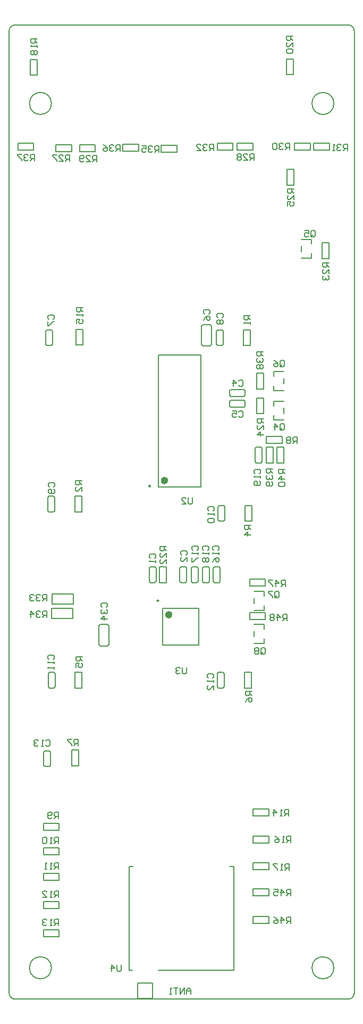
<source format=gbo>
%FSLAX25Y25*%
%MOIN*%
G70*
G01*
G75*
G04 Layer_Color=32896*
%ADD10R,0.07874X0.07874*%
%ADD11R,0.02756X0.03347*%
%ADD12R,0.03347X0.02756*%
%ADD13R,0.03937X0.02362*%
%ADD14O,0.07480X0.02362*%
%ADD15O,0.03543X0.01969*%
%ADD16O,0.03543X0.01969*%
%ADD17R,0.03543X0.01969*%
%ADD18R,0.05118X0.03937*%
%ADD19C,0.04000*%
%ADD20C,0.01200*%
%ADD21C,0.01000*%
%ADD22C,0.01500*%
%ADD23C,0.03000*%
%ADD24C,0.02000*%
%ADD25C,0.05000*%
%ADD26C,0.00800*%
%ADD27C,0.00500*%
%ADD28C,0.07874*%
%ADD29C,0.03937*%
%ADD30C,0.05906*%
%ADD31C,0.06000*%
%ADD32C,0.04724*%
%ADD33R,0.05906X0.05906*%
%ADD34C,0.03000*%
%ADD35C,0.02000*%
%ADD36C,0.04000*%
%ADD37O,0.06693X0.02165*%
%ADD38O,0.02165X0.06693*%
%ADD39R,0.03000X0.06000*%
%ADD40R,0.03937X0.05118*%
%ADD41C,0.00984*%
%ADD42C,0.02362*%
%ADD43C,0.00787*%
%ADD44C,0.00500*%
%ADD45R,0.08674X0.08674*%
%ADD46R,0.03556X0.04147*%
%ADD47R,0.04147X0.03556*%
%ADD48R,0.04737X0.03162*%
%ADD49O,0.08280X0.03162*%
%ADD50O,0.04343X0.02769*%
%ADD51O,0.04343X0.02769*%
%ADD52R,0.04343X0.02769*%
%ADD53R,0.05918X0.04737*%
%ADD54C,0.08674*%
%ADD55C,0.04737*%
%ADD56C,0.06706*%
%ADD57C,0.06800*%
%ADD58C,0.05524*%
%ADD59R,0.06706X0.06706*%
%ADD60O,0.07493X0.02965*%
%ADD61O,0.02965X0.07493*%
%ADD62R,0.03800X0.06800*%
%ADD63R,0.04737X0.05918*%
D27*
X153026Y-495465D02*
Y-491135D01*
X162869Y-495465D02*
Y-491135D01*
X153026Y-495465D02*
X162869D01*
X153026Y-491135D02*
X162869D01*
X153026Y-528965D02*
Y-524635D01*
X162869Y-528965D02*
Y-524635D01*
X153026Y-528965D02*
X162869D01*
X153026Y-524635D02*
X162869D01*
X153026Y-512265D02*
Y-507935D01*
X162869Y-512265D02*
Y-507935D01*
X153026Y-512265D02*
X162869D01*
X153026Y-507935D02*
X162869D01*
X134578Y-301031D02*
X135365Y-301819D01*
X131035D02*
X131822Y-301031D01*
X131035Y-310087D02*
X131822Y-310874D01*
X134578D02*
X135365Y-310087D01*
Y-301819D01*
X131822Y-310874D02*
X134578D01*
X131822Y-301031D02*
X134578D01*
X131035Y-310087D02*
Y-301819D01*
X147835Y-310874D02*
X152165D01*
X147835Y-301031D02*
X152165D01*
Y-310874D02*
Y-301031D01*
X147835Y-310874D02*
Y-301031D01*
X91478Y-339426D02*
X92265Y-340213D01*
X87935D02*
X88722Y-339426D01*
X87935Y-348481D02*
X88722Y-349268D01*
X91478D02*
X92265Y-348481D01*
Y-340213D01*
X88722Y-349268D02*
X91478D01*
X88722Y-339426D02*
X91478D01*
X87935Y-348481D02*
Y-340213D01*
X94400Y-339426D02*
X98731D01*
X94400Y-349269D02*
X98731D01*
X94400D02*
Y-339426D01*
X98731Y-349269D02*
Y-339426D01*
X107035Y-348481D02*
X107822Y-349268D01*
X110578D02*
X111365Y-348481D01*
X110578Y-339426D02*
X111365Y-340213D01*
X107035D02*
X107822Y-339426D01*
X107035Y-348481D02*
Y-340213D01*
X107822Y-339426D02*
X110578D01*
X107822Y-349268D02*
X110578D01*
X111365Y-348481D02*
Y-340213D01*
X24535Y-414587D02*
X25322Y-415374D01*
X28078D02*
X28865Y-414587D01*
X28078Y-405531D02*
X28865Y-406319D01*
X24535D02*
X25322Y-405531D01*
X24535Y-414587D02*
Y-406319D01*
X25322Y-405531D02*
X28078D01*
X25322Y-415374D02*
X28078D01*
X28865Y-414587D02*
Y-406319D01*
X41335Y-405526D02*
X45665D01*
X41335Y-415368D02*
X45665D01*
X41335D02*
Y-405526D01*
X45665Y-415368D02*
Y-405526D01*
X147635Y-405431D02*
X151965D01*
X147635Y-415274D02*
X151965D01*
X147635D02*
Y-405431D01*
X151965Y-415274D02*
Y-405431D01*
X24235Y-304287D02*
X25022Y-305074D01*
X27778D02*
X28565Y-304287D01*
X27778Y-295231D02*
X28565Y-296019D01*
X24235D02*
X25022Y-295231D01*
X24235Y-304287D02*
Y-296019D01*
X25022Y-295231D02*
X27778D01*
X25022Y-305074D02*
X27778D01*
X28565Y-304287D02*
Y-296019D01*
X41435Y-295231D02*
X45765D01*
X41435Y-305074D02*
X45765D01*
X41435D02*
Y-295231D01*
X45765Y-305074D02*
Y-295231D01*
X147299Y-239465D02*
X148087Y-238678D01*
X147299Y-235135D02*
X148087Y-235922D01*
X138244D02*
X139032Y-235135D01*
X138244Y-238678D02*
X139032Y-239465D01*
X147299D01*
X138244Y-238678D02*
Y-235922D01*
X148087Y-238678D02*
Y-235922D01*
X139032Y-235135D02*
X147299D01*
Y-232665D02*
X148087Y-231878D01*
X147299Y-228335D02*
X148087Y-229122D01*
X138244D02*
X139032Y-228335D01*
X138244Y-231878D02*
X139032Y-232665D01*
X147299D01*
X138244Y-231878D02*
Y-229122D01*
X148087Y-231878D02*
Y-229122D01*
X139032Y-228335D02*
X147299D01*
X161391Y-261965D02*
Y-257635D01*
X171234Y-261965D02*
Y-257635D01*
X161391Y-261965D02*
X171234D01*
X161391Y-257635D02*
X171234D01*
X26378Y-190926D02*
X27165Y-191713D01*
X22835D02*
X23622Y-190926D01*
X22835Y-199981D02*
X23622Y-200768D01*
X26378D02*
X27165Y-199981D01*
Y-191713D01*
X23622Y-200768D02*
X26378D01*
X23622Y-190926D02*
X26378D01*
X22835Y-199981D02*
Y-191713D01*
X41935Y-200474D02*
X46265D01*
X41935Y-190631D02*
X46265D01*
Y-200474D02*
Y-190631D01*
X41935Y-200474D02*
Y-190631D01*
X120750Y-200072D02*
Y-188654D01*
X121735Y-187670D02*
X126065D01*
X127050Y-200072D02*
Y-188654D01*
X121735Y-201056D02*
X126065D01*
X127050Y-200072D01*
X120750D02*
X121735Y-201056D01*
X126065Y-187670D02*
X127050Y-188654D01*
X120750D02*
X121735Y-187670D01*
X133678Y-190926D02*
X134465Y-191713D01*
X130135D02*
X130922Y-190926D01*
X130135Y-199981D02*
X130922Y-200768D01*
X133678D02*
X134465Y-199981D01*
Y-191713D01*
X130922Y-200768D02*
X133678D01*
X130922Y-190926D02*
X133678D01*
X130135Y-199981D02*
Y-191713D01*
X146935Y-200769D02*
X151265D01*
X146935Y-190926D02*
X151265D01*
Y-200769D02*
Y-190926D01*
X146935Y-200769D02*
Y-190926D01*
X196335Y-136526D02*
X200665D01*
X196335Y-146368D02*
X200665D01*
X196335D02*
Y-136526D01*
X200665Y-146368D02*
Y-136526D01*
X174435Y-100374D02*
X178765D01*
X174435Y-90531D02*
X178765D01*
Y-100374D02*
Y-90531D01*
X174435Y-100374D02*
Y-90531D01*
X13235Y-31474D02*
X17565D01*
X13235Y-21631D02*
X17565D01*
Y-31474D02*
Y-21631D01*
X13235Y-31474D02*
Y-21631D01*
X173835Y-31174D02*
X178165D01*
X173835Y-21331D02*
X178165D01*
Y-31174D02*
Y-21331D01*
X173835Y-31174D02*
Y-21331D01*
X80600Y-600100D02*
X89900D01*
Y-609700D02*
Y-600100D01*
X80600Y-609700D02*
X89900D01*
X80600D02*
Y-600100D01*
X75200Y-592061D02*
X77239D01*
X75200Y-527100D02*
X77500D01*
X138200D02*
X140948D01*
X93739Y-592061D02*
X140948D01*
Y-527100D01*
X75200Y-592061D02*
Y-527100D01*
X61565Y-388930D02*
X62550Y-387946D01*
X56250D02*
X57235Y-388930D01*
X61565Y-375544D02*
X62550Y-376528D01*
X56250D02*
X57235Y-375544D01*
X61565D01*
X56250Y-387946D02*
Y-376528D01*
X57235Y-388930D02*
X61565D01*
X62550Y-387946D02*
Y-376528D01*
X26670Y-365550D02*
X40056D01*
X26670Y-371850D02*
X40056D01*
X26670D02*
Y-365550D01*
X40056Y-371850D02*
Y-365550D01*
X26844Y-356450D02*
X40230D01*
X26844Y-362750D02*
X40230D01*
X26844D02*
Y-356450D01*
X40230Y-362750D02*
Y-356450D01*
X117778Y-339426D02*
X118565Y-340213D01*
X114235D02*
X115022Y-339426D01*
X114235Y-348481D02*
X115022Y-349268D01*
X117778D02*
X118565Y-348481D01*
Y-340213D01*
X115022Y-349268D02*
X117778D01*
X115022Y-339426D02*
X117778D01*
X114235Y-348481D02*
Y-340213D01*
X131578Y-339426D02*
X132365Y-340213D01*
X128035D02*
X128822Y-339426D01*
X128035Y-348481D02*
X128822Y-349268D01*
X131578D02*
X132365Y-348481D01*
Y-340213D01*
X128822Y-349268D02*
X131578D01*
X128822Y-339426D02*
X131578D01*
X128035Y-348481D02*
Y-340213D01*
X124878Y-339426D02*
X125665Y-340213D01*
X121335D02*
X122122Y-339426D01*
X121335Y-348481D02*
X122122Y-349268D01*
X124878D02*
X125665Y-348481D01*
Y-340213D01*
X122122Y-349268D02*
X124878D01*
X122122Y-339426D02*
X124878D01*
X121335Y-348481D02*
Y-340213D01*
X21735Y-463687D02*
X22522Y-464474D01*
X25278D02*
X26065Y-463687D01*
X25278Y-454631D02*
X26065Y-455419D01*
X21735D02*
X22522Y-454631D01*
X21735Y-463687D02*
Y-455419D01*
X22522Y-454631D02*
X25278D01*
X22522Y-464474D02*
X25278D01*
X26065Y-463687D02*
Y-455419D01*
X166132Y-228943D02*
Y-225990D01*
Y-220084D02*
Y-217131D01*
X172432Y-224809D02*
Y-221265D01*
X166132Y-228943D02*
X172432D01*
X166132Y-217131D02*
X172432D01*
X155235Y-227974D02*
X159565D01*
X155235Y-218131D02*
X159565D01*
Y-227974D02*
Y-218131D01*
X155235Y-227974D02*
Y-218131D01*
X165975Y-247543D02*
Y-244590D01*
Y-238684D02*
Y-235731D01*
X172274Y-243409D02*
Y-239865D01*
X165975Y-247543D02*
X172274D01*
X165975Y-235731D02*
X172274D01*
X155235Y-233726D02*
X159565D01*
X155235Y-243568D02*
X159565D01*
X155235D02*
Y-233726D01*
X159565Y-243568D02*
Y-233726D01*
X189668Y-137210D02*
Y-134257D01*
Y-146068D02*
Y-143116D01*
X183369Y-141935D02*
Y-138391D01*
Y-134257D02*
X189668D01*
X183369Y-146068D02*
X189668D01*
X153026Y-562865D02*
Y-558535D01*
X162869Y-562865D02*
Y-558535D01*
X153026Y-562865D02*
X162869D01*
X153026Y-558535D02*
X162869D01*
X153026Y-545265D02*
Y-540935D01*
X162869Y-545265D02*
Y-540935D01*
X153026Y-545265D02*
X162869D01*
X153026Y-540935D02*
X162869D01*
X15474Y-78465D02*
Y-74135D01*
X5632Y-78465D02*
Y-74135D01*
X15474D01*
X5632Y-78465D02*
X15474D01*
X95326Y-79865D02*
Y-75535D01*
X105169Y-79865D02*
Y-75535D01*
X95326Y-79865D02*
X105169D01*
X95326Y-75535D02*
X105169D01*
X39235Y-454226D02*
X43565D01*
X39235Y-464068D02*
X43565D01*
X39235D02*
Y-454226D01*
X43565Y-464068D02*
Y-454226D01*
X140374Y-78565D02*
Y-74235D01*
X130532Y-78565D02*
Y-74235D01*
X140374D01*
X130532Y-78565D02*
X140374D01*
X71326Y-78965D02*
Y-74635D01*
X81169Y-78965D02*
Y-74635D01*
X71326Y-78965D02*
X81169D01*
X71326Y-74635D02*
X81169D01*
X191126Y-78465D02*
Y-74135D01*
X200969Y-78465D02*
Y-74135D01*
X191126Y-78465D02*
X200969D01*
X191126Y-74135D02*
X200969D01*
X188874Y-78465D02*
Y-74135D01*
X179032Y-78465D02*
Y-74135D01*
X188874D01*
X179032Y-78465D02*
X188874D01*
X44226Y-79565D02*
Y-75235D01*
X54069Y-79565D02*
Y-75235D01*
X44226Y-79565D02*
X54069D01*
X44226Y-75235D02*
X54069D01*
X143126Y-78465D02*
Y-74135D01*
X152969Y-78465D02*
Y-74135D01*
X143126Y-78465D02*
X152969D01*
X143126Y-74135D02*
X152969D01*
X39174Y-79565D02*
Y-75235D01*
X29332Y-79565D02*
Y-75235D01*
X39174D01*
X29332Y-79565D02*
X39174D01*
X21526Y-553365D02*
Y-549035D01*
X31369Y-553365D02*
Y-549035D01*
X21526Y-553365D02*
X31369D01*
X21526Y-549035D02*
X31369D01*
X21526Y-535665D02*
Y-531335D01*
X31369Y-535665D02*
Y-531335D01*
X21526Y-535665D02*
X31369D01*
X21526Y-531335D02*
X31369D01*
X21526Y-519865D02*
Y-515535D01*
X31369Y-519865D02*
Y-515535D01*
X21526Y-519865D02*
X31369D01*
X21526Y-515535D02*
X31369D01*
X21526Y-504265D02*
Y-499935D01*
X31369Y-504265D02*
Y-499935D01*
X21526Y-504265D02*
X31369D01*
X21526Y-499935D02*
X31369D01*
X21526Y-571065D02*
Y-566735D01*
X31369Y-571065D02*
Y-566735D01*
X21526Y-571065D02*
X31369D01*
X21526Y-566735D02*
X31369D01*
X153769Y-366668D02*
X160068D01*
X153769Y-354857D02*
X160068D01*
X153769Y-362535D02*
Y-358991D01*
X160068Y-366668D02*
Y-363716D01*
Y-357810D02*
Y-354857D01*
X150826Y-351565D02*
Y-347235D01*
X160669Y-351565D02*
Y-347235D01*
X150826Y-351565D02*
X160669D01*
X150826Y-347235D02*
X160669D01*
X153769Y-387268D02*
X160068D01*
X153769Y-375457D02*
X160068D01*
X153769Y-383135D02*
Y-379591D01*
X160068Y-387268D02*
Y-384316D01*
Y-378410D02*
Y-375457D01*
X150826Y-372565D02*
Y-368235D01*
X160669Y-372565D02*
Y-368235D01*
X150826Y-372565D02*
X160669D01*
X150826Y-368235D02*
X160669D01*
X161200Y-264431D02*
X165531D01*
X161200Y-274274D02*
X165531D01*
X161200D02*
Y-264431D01*
X165531Y-274274D02*
Y-264431D01*
X168100Y-274274D02*
X172431D01*
X168100Y-264431D02*
X172431D01*
Y-274274D02*
Y-264431D01*
X168100Y-274274D02*
Y-264431D01*
X157878Y-264432D02*
X158665Y-265219D01*
X154335D02*
X155122Y-264432D01*
X154335Y-273487D02*
X155122Y-274274D01*
X157878D02*
X158665Y-273487D01*
Y-265219D01*
X155122Y-274274D02*
X157878D01*
X155122Y-264432D02*
X157878D01*
X154335Y-273487D02*
Y-265219D01*
X130535Y-414587D02*
X131322Y-415374D01*
X134078D02*
X134865Y-414587D01*
X134078Y-405531D02*
X134865Y-406319D01*
X130535D02*
X131322Y-405531D01*
X130535Y-414587D02*
Y-406319D01*
X131322Y-405531D02*
X134078D01*
X131322Y-415374D02*
X134078D01*
X134865Y-414587D02*
Y-406319D01*
X175400Y-495500D02*
Y-491501D01*
X173401D01*
X172734Y-492168D01*
Y-493501D01*
X173401Y-494167D01*
X175400D01*
X174067D02*
X172734Y-495500D01*
X171401D02*
X170068D01*
X170735D01*
Y-491501D01*
X171401Y-492168D01*
X166070Y-495500D02*
Y-491501D01*
X168069Y-493501D01*
X165403D01*
X175500Y-529563D02*
Y-525564D01*
X173501D01*
X172834Y-526231D01*
Y-527564D01*
X173501Y-528230D01*
X175500D01*
X174167D02*
X172834Y-529563D01*
X171501D02*
X170168D01*
X170835D01*
Y-525564D01*
X171501Y-526231D01*
X168169Y-525564D02*
X165503D01*
Y-526231D01*
X168169Y-528897D01*
Y-529563D01*
X176600Y-512200D02*
Y-508201D01*
X174601D01*
X173934Y-508868D01*
Y-510201D01*
X174601Y-510867D01*
X176600D01*
X175267D02*
X173934Y-512200D01*
X172601D02*
X171268D01*
X171935D01*
Y-508201D01*
X172601Y-508868D01*
X166603Y-508201D02*
X167936Y-508868D01*
X169269Y-510201D01*
Y-511534D01*
X168603Y-512200D01*
X167270D01*
X166603Y-511534D01*
Y-510867D01*
X167270Y-510201D01*
X169269D01*
X125268Y-304366D02*
X124601Y-303699D01*
Y-302366D01*
X125268Y-301700D01*
X127934D01*
X128600Y-302366D01*
Y-303699D01*
X127934Y-304366D01*
X128600Y-305699D02*
Y-307032D01*
Y-306365D01*
X124601D01*
X125268Y-305699D01*
Y-309031D02*
X124601Y-309697D01*
Y-311030D01*
X125268Y-311697D01*
X127934D01*
X128600Y-311030D01*
Y-309697D01*
X127934Y-309031D01*
X125268D01*
X151600Y-313500D02*
X147601D01*
Y-315499D01*
X148268Y-316166D01*
X149601D01*
X150267Y-315499D01*
Y-313500D01*
Y-314833D02*
X151600Y-316166D01*
Y-319498D02*
X147601D01*
X149601Y-317499D01*
Y-320164D01*
X88768Y-334066D02*
X88101Y-333399D01*
Y-332066D01*
X88768Y-331400D01*
X91434D01*
X92100Y-332066D01*
Y-333399D01*
X91434Y-334066D01*
X92100Y-335399D02*
Y-336732D01*
Y-336065D01*
X88101D01*
X88768Y-335399D01*
X98700Y-326900D02*
X94701D01*
Y-328899D01*
X95368Y-329566D01*
X96701D01*
X97367Y-328899D01*
Y-326900D01*
Y-328233D02*
X98700Y-329566D01*
Y-333564D02*
Y-330899D01*
X96034Y-333564D01*
X95368D01*
X94701Y-332898D01*
Y-331565D01*
X95368Y-330899D01*
X98700Y-337563D02*
Y-334897D01*
X96034Y-337563D01*
X95368D01*
X94701Y-336897D01*
Y-335564D01*
X95368Y-334897D01*
X108168Y-332066D02*
X107501Y-331399D01*
Y-330066D01*
X108168Y-329400D01*
X110834D01*
X111500Y-330066D01*
Y-331399D01*
X110834Y-332066D01*
X111500Y-336065D02*
Y-333399D01*
X108834Y-336065D01*
X108168D01*
X107501Y-335398D01*
Y-334065D01*
X108168Y-333399D01*
X25068Y-397466D02*
X24401Y-396799D01*
Y-395466D01*
X25068Y-394800D01*
X27734D01*
X28400Y-395466D01*
Y-396799D01*
X27734Y-397466D01*
X28400Y-398799D02*
Y-400132D01*
Y-399465D01*
X24401D01*
X25068Y-398799D01*
X28400Y-402131D02*
Y-403464D01*
Y-402797D01*
X24401D01*
X25068Y-402131D01*
X46000Y-395700D02*
X42001D01*
Y-397699D01*
X42668Y-398366D01*
X44001D01*
X44667Y-397699D01*
Y-395700D01*
Y-397033D02*
X46000Y-398366D01*
X42001Y-402364D02*
Y-399699D01*
X44001D01*
X43334Y-401032D01*
Y-401698D01*
X44001Y-402364D01*
X45334D01*
X46000Y-401698D01*
Y-400365D01*
X45334Y-399699D01*
X152400Y-417400D02*
X148401D01*
Y-419399D01*
X149068Y-420066D01*
X150401D01*
X151067Y-419399D01*
Y-417400D01*
Y-418733D02*
X152400Y-420066D01*
X148401Y-424064D02*
X149068Y-422732D01*
X150401Y-421399D01*
X151734D01*
X152400Y-422065D01*
Y-423398D01*
X151734Y-424064D01*
X151067D01*
X150401Y-423398D01*
Y-421399D01*
X25268Y-289466D02*
X24601Y-288799D01*
Y-287466D01*
X25268Y-286800D01*
X27934D01*
X28600Y-287466D01*
Y-288799D01*
X27934Y-289466D01*
Y-290799D02*
X28600Y-291465D01*
Y-292798D01*
X27934Y-293464D01*
X25268D01*
X24601Y-292798D01*
Y-291465D01*
X25268Y-290799D01*
X25934D01*
X26601Y-291465D01*
Y-293464D01*
X45700Y-285500D02*
X41701D01*
Y-287499D01*
X42368Y-288166D01*
X43701D01*
X44367Y-287499D01*
Y-285500D01*
Y-286833D02*
X45700Y-288166D01*
Y-292164D02*
Y-289499D01*
X43034Y-292164D01*
X42368D01*
X41701Y-291498D01*
Y-290165D01*
X42368Y-289499D01*
X144034Y-242468D02*
X144701Y-241801D01*
X146034D01*
X146700Y-242468D01*
Y-245134D01*
X146034Y-245800D01*
X144701D01*
X144034Y-245134D01*
X140035Y-241801D02*
X142701D01*
Y-243801D01*
X141368Y-243134D01*
X140702D01*
X140035Y-243801D01*
Y-245134D01*
X140702Y-245800D01*
X142035D01*
X142701Y-245134D01*
X144134Y-222968D02*
X144801Y-222301D01*
X146133D01*
X146800Y-222968D01*
Y-225634D01*
X146133Y-226300D01*
X144801D01*
X144134Y-225634D01*
X140802Y-226300D02*
Y-222301D01*
X142801Y-224301D01*
X140136D01*
X180500Y-262200D02*
Y-258201D01*
X178501D01*
X177834Y-258868D01*
Y-260201D01*
X178501Y-260867D01*
X180500D01*
X179167D02*
X177834Y-262200D01*
X176501Y-258868D02*
X175835Y-258201D01*
X174502D01*
X173836Y-258868D01*
Y-259534D01*
X174502Y-260201D01*
X173836Y-260867D01*
Y-261534D01*
X174502Y-262200D01*
X175835D01*
X176501Y-261534D01*
Y-260867D01*
X175835Y-260201D01*
X176501Y-259534D01*
Y-258868D01*
X175835Y-260201D02*
X174502D01*
X24968Y-184366D02*
X24301Y-183699D01*
Y-182367D01*
X24968Y-181700D01*
X27634D01*
X28300Y-182367D01*
Y-183699D01*
X27634Y-184366D01*
X24301Y-185699D02*
Y-188365D01*
X24968D01*
X27634Y-185699D01*
X28300D01*
X46200Y-177000D02*
X42201D01*
Y-178999D01*
X42868Y-179666D01*
X44201D01*
X44867Y-178999D01*
Y-177000D01*
Y-178333D02*
X46200Y-179666D01*
Y-180999D02*
Y-182332D01*
Y-181665D01*
X42201D01*
X42868Y-180999D01*
X42201Y-186997D02*
Y-184331D01*
X44201D01*
X43534Y-185664D01*
Y-186330D01*
X44201Y-186997D01*
X45534D01*
X46200Y-186330D01*
Y-184997D01*
X45534Y-184331D01*
X122568Y-180966D02*
X121901Y-180299D01*
Y-178966D01*
X122568Y-178300D01*
X125233D01*
X125900Y-178966D01*
Y-180299D01*
X125233Y-180966D01*
X121901Y-184965D02*
X122568Y-183632D01*
X123901Y-182299D01*
X125233D01*
X125900Y-182965D01*
Y-184298D01*
X125233Y-184965D01*
X124567D01*
X123901Y-184298D01*
Y-182299D01*
X130968Y-183266D02*
X130301Y-182599D01*
Y-181266D01*
X130968Y-180600D01*
X133633D01*
X134300Y-181266D01*
Y-182599D01*
X133633Y-183266D01*
X130968Y-184599D02*
X130301Y-185265D01*
Y-186598D01*
X130968Y-187265D01*
X131634D01*
X132301Y-186598D01*
X132967Y-187265D01*
X133633D01*
X134300Y-186598D01*
Y-185265D01*
X133633Y-184599D01*
X132967D01*
X132301Y-185265D01*
X131634Y-184599D01*
X130968D01*
X132301Y-185265D02*
Y-186598D01*
X151300Y-182100D02*
X147301D01*
Y-184099D01*
X147968Y-184766D01*
X149301D01*
X149967Y-184099D01*
Y-182100D01*
Y-183433D02*
X151300Y-184766D01*
Y-186099D02*
Y-187432D01*
Y-186765D01*
X147301D01*
X147968Y-186099D01*
X200600Y-149200D02*
X196601D01*
Y-151199D01*
X197268Y-151866D01*
X198601D01*
X199267Y-151199D01*
Y-149200D01*
Y-150533D02*
X200600Y-151866D01*
Y-155865D02*
Y-153199D01*
X197934Y-155865D01*
X197268D01*
X196601Y-155198D01*
Y-153865D01*
X197268Y-153199D01*
Y-157197D02*
X196601Y-157864D01*
Y-159197D01*
X197268Y-159863D01*
X197934D01*
X198601Y-159197D01*
Y-158530D01*
Y-159197D01*
X199267Y-159863D01*
X199934D01*
X200600Y-159197D01*
Y-157864D01*
X199934Y-157197D01*
X178800Y-102600D02*
X174801D01*
Y-104599D01*
X175468Y-105266D01*
X176801D01*
X177467Y-104599D01*
Y-102600D01*
Y-103933D02*
X178800Y-105266D01*
Y-109265D02*
Y-106599D01*
X176134Y-109265D01*
X175468D01*
X174801Y-108598D01*
Y-107265D01*
X175468Y-106599D01*
X174801Y-113263D02*
Y-110597D01*
X176801D01*
X176134Y-111930D01*
Y-112597D01*
X176801Y-113263D01*
X178133D01*
X178800Y-112597D01*
Y-111264D01*
X178133Y-110597D01*
X17500Y-8700D02*
X13501D01*
Y-10699D01*
X14168Y-11366D01*
X15501D01*
X16167Y-10699D01*
Y-8700D01*
Y-10033D02*
X17500Y-11366D01*
Y-12699D02*
Y-14032D01*
Y-13365D01*
X13501D01*
X14168Y-12699D01*
Y-16031D02*
X13501Y-16697D01*
Y-18030D01*
X14168Y-18697D01*
X14834D01*
X15501Y-18030D01*
X16167Y-18697D01*
X16834D01*
X17500Y-18030D01*
Y-16697D01*
X16834Y-16031D01*
X16167D01*
X15501Y-16697D01*
X14834Y-16031D01*
X14168D01*
X15501Y-16697D02*
Y-18030D01*
X177900Y-7200D02*
X173901D01*
Y-9199D01*
X174568Y-9866D01*
X175901D01*
X176567Y-9199D01*
Y-7200D01*
Y-8533D02*
X177900Y-9866D01*
Y-13864D02*
Y-11199D01*
X175234Y-13864D01*
X174568D01*
X173901Y-13198D01*
Y-11865D01*
X174568Y-11199D01*
Y-15197D02*
X173901Y-15864D01*
Y-17197D01*
X174568Y-17863D01*
X177234D01*
X177900Y-17197D01*
Y-15864D01*
X177234Y-15197D01*
X174568D01*
X176700Y-562600D02*
Y-558601D01*
X174701D01*
X174034Y-559268D01*
Y-560601D01*
X174701Y-561267D01*
X176700D01*
X175367D02*
X174034Y-562600D01*
X170702D02*
Y-558601D01*
X172701Y-560601D01*
X170036D01*
X166037Y-558601D02*
X167370Y-559268D01*
X168703Y-560601D01*
Y-561934D01*
X168036Y-562600D01*
X166703D01*
X166037Y-561934D01*
Y-561267D01*
X166703Y-560601D01*
X168703D01*
X176800Y-545300D02*
Y-541301D01*
X174801D01*
X174134Y-541968D01*
Y-543301D01*
X174801Y-543967D01*
X176800D01*
X175467D02*
X174134Y-545300D01*
X170802D02*
Y-541301D01*
X172801Y-543301D01*
X170135D01*
X166137Y-541301D02*
X168803D01*
Y-543301D01*
X167470Y-542634D01*
X166803D01*
X166137Y-543301D01*
Y-544634D01*
X166803Y-545300D01*
X168136D01*
X168803Y-544634D01*
X114100Y-607000D02*
Y-604334D01*
X112767Y-603001D01*
X111434Y-604334D01*
Y-607000D01*
Y-605001D01*
X114100D01*
X110101Y-607000D02*
Y-603001D01*
X107436Y-607000D01*
Y-603001D01*
X106103D02*
X103437D01*
X104770D01*
Y-607000D01*
X102104D02*
X100771D01*
X101437D01*
Y-603001D01*
X102104Y-603668D01*
X169934Y-213534D02*
Y-210868D01*
X170601Y-210201D01*
X171933D01*
X172600Y-210868D01*
Y-213534D01*
X171933Y-214200D01*
X170601D01*
X171267Y-212867D02*
X169934Y-214200D01*
X170601D02*
X169934Y-213534D01*
X165936Y-210201D02*
X167268Y-210868D01*
X168601Y-212201D01*
Y-213534D01*
X167935Y-214200D01*
X166602D01*
X165936Y-213534D01*
Y-212867D01*
X166602Y-212201D01*
X168601D01*
X169834Y-253234D02*
Y-250568D01*
X170501Y-249901D01*
X171834D01*
X172500Y-250568D01*
Y-253234D01*
X171834Y-253900D01*
X170501D01*
X171167Y-252567D02*
X169834Y-253900D01*
X170501D02*
X169834Y-253234D01*
X166502Y-253900D02*
Y-249901D01*
X168501Y-251901D01*
X165835D01*
X70300Y-588701D02*
Y-592034D01*
X69634Y-592700D01*
X68301D01*
X67634Y-592034D01*
Y-588701D01*
X64302Y-592700D02*
Y-588701D01*
X66301Y-590701D01*
X63635D01*
X111200Y-402501D02*
Y-405834D01*
X110533Y-406500D01*
X109201D01*
X108534Y-405834D01*
Y-402501D01*
X107201Y-403168D02*
X106535Y-402501D01*
X105202D01*
X104535Y-403168D01*
Y-403834D01*
X105202Y-404501D01*
X105868D01*
X105202D01*
X104535Y-405167D01*
Y-405834D01*
X105202Y-406500D01*
X106535D01*
X107201Y-405834D01*
X114900Y-296201D02*
Y-299534D01*
X114234Y-300200D01*
X112901D01*
X112234Y-299534D01*
Y-296201D01*
X108236Y-300200D02*
X110901D01*
X108236Y-297534D01*
Y-296868D01*
X108902Y-296201D01*
X110235D01*
X110901Y-296868D01*
X172900Y-278400D02*
X168901D01*
Y-280399D01*
X169568Y-281066D01*
X170901D01*
X171567Y-280399D01*
Y-278400D01*
Y-279733D02*
X172900Y-281066D01*
Y-284398D02*
X168901D01*
X170901Y-282399D01*
Y-285065D01*
X169568Y-286397D02*
X168901Y-287064D01*
Y-288397D01*
X169568Y-289063D01*
X172233D01*
X172900Y-288397D01*
Y-287064D01*
X172233Y-286397D01*
X169568D01*
X165300Y-278200D02*
X161301D01*
Y-280199D01*
X161968Y-280866D01*
X163301D01*
X163967Y-280199D01*
Y-278200D01*
Y-279533D02*
X165300Y-280866D01*
X161968Y-282199D02*
X161301Y-282865D01*
Y-284198D01*
X161968Y-284864D01*
X162634D01*
X163301Y-284198D01*
Y-283532D01*
Y-284198D01*
X163967Y-284864D01*
X164634D01*
X165300Y-284198D01*
Y-282865D01*
X164634Y-282199D01*
Y-286197D02*
X165300Y-286864D01*
Y-288197D01*
X164634Y-288863D01*
X161968D01*
X161301Y-288197D01*
Y-286864D01*
X161968Y-286197D01*
X162634D01*
X163301Y-286864D01*
Y-288863D01*
X159400Y-204900D02*
X155401D01*
Y-206899D01*
X156068Y-207566D01*
X157401D01*
X158067Y-206899D01*
Y-204900D01*
Y-206233D02*
X159400Y-207566D01*
X156068Y-208899D02*
X155401Y-209565D01*
Y-210898D01*
X156068Y-211564D01*
X156734D01*
X157401Y-210898D01*
Y-210232D01*
Y-210898D01*
X158067Y-211564D01*
X158733D01*
X159400Y-210898D01*
Y-209565D01*
X158733Y-208899D01*
X156068Y-212897D02*
X155401Y-213564D01*
Y-214897D01*
X156068Y-215563D01*
X156734D01*
X157401Y-214897D01*
X158067Y-215563D01*
X158733D01*
X159400Y-214897D01*
Y-213564D01*
X158733Y-212897D01*
X158067D01*
X157401Y-213564D01*
X156734Y-212897D01*
X156068D01*
X157401Y-213564D02*
Y-214897D01*
X16000Y-85000D02*
Y-81001D01*
X14001D01*
X13334Y-81668D01*
Y-83001D01*
X14001Y-83667D01*
X16000D01*
X14667D02*
X13334Y-85000D01*
X12001Y-81668D02*
X11335Y-81001D01*
X10002D01*
X9336Y-81668D01*
Y-82334D01*
X10002Y-83001D01*
X10668D01*
X10002D01*
X9336Y-83667D01*
Y-84334D01*
X10002Y-85000D01*
X11335D01*
X12001Y-84334D01*
X8003Y-81001D02*
X5337D01*
Y-81668D01*
X8003Y-84334D01*
Y-85000D01*
X69700Y-79100D02*
Y-75101D01*
X67701D01*
X67034Y-75768D01*
Y-77101D01*
X67701Y-77767D01*
X69700D01*
X68367D02*
X67034Y-79100D01*
X65701Y-75768D02*
X65035Y-75101D01*
X63702D01*
X63036Y-75768D01*
Y-76434D01*
X63702Y-77101D01*
X64368D01*
X63702D01*
X63036Y-77767D01*
Y-78434D01*
X63702Y-79100D01*
X65035D01*
X65701Y-78434D01*
X59037Y-75101D02*
X60370Y-75768D01*
X61703Y-77101D01*
Y-78434D01*
X61036Y-79100D01*
X59703D01*
X59037Y-78434D01*
Y-77767D01*
X59703Y-77101D01*
X61703D01*
X93900Y-79900D02*
Y-75901D01*
X91901D01*
X91234Y-76568D01*
Y-77901D01*
X91901Y-78567D01*
X93900D01*
X92567D02*
X91234Y-79900D01*
X89901Y-76568D02*
X89235Y-75901D01*
X87902D01*
X87235Y-76568D01*
Y-77234D01*
X87902Y-77901D01*
X88568D01*
X87902D01*
X87235Y-78567D01*
Y-79234D01*
X87902Y-79900D01*
X89235D01*
X89901Y-79234D01*
X83237Y-75901D02*
X85903D01*
Y-77901D01*
X84570Y-77234D01*
X83903D01*
X83237Y-77901D01*
Y-79234D01*
X83903Y-79900D01*
X85236D01*
X85903Y-79234D01*
X23600Y-371100D02*
Y-367101D01*
X21601D01*
X20934Y-367768D01*
Y-369101D01*
X21601Y-369767D01*
X23600D01*
X22267D02*
X20934Y-371100D01*
X19601Y-367768D02*
X18935Y-367101D01*
X17602D01*
X16936Y-367768D01*
Y-368434D01*
X17602Y-369101D01*
X18268D01*
X17602D01*
X16936Y-369767D01*
Y-370434D01*
X17602Y-371100D01*
X18935D01*
X19601Y-370434D01*
X13603Y-371100D02*
Y-367101D01*
X15603Y-369101D01*
X12937D01*
X23600Y-360900D02*
Y-356901D01*
X21601D01*
X20934Y-357568D01*
Y-358901D01*
X21601Y-359567D01*
X23600D01*
X22267D02*
X20934Y-360900D01*
X19601Y-357568D02*
X18935Y-356901D01*
X17602D01*
X16936Y-357568D01*
Y-358234D01*
X17602Y-358901D01*
X18268D01*
X17602D01*
X16936Y-359567D01*
Y-360234D01*
X17602Y-360900D01*
X18935D01*
X19601Y-360234D01*
X15603Y-357568D02*
X14936Y-356901D01*
X13603D01*
X12937Y-357568D01*
Y-358234D01*
X13603Y-358901D01*
X14270D01*
X13603D01*
X12937Y-359567D01*
Y-360234D01*
X13603Y-360900D01*
X14936D01*
X15603Y-360234D01*
X128300Y-78700D02*
Y-74701D01*
X126301D01*
X125634Y-75368D01*
Y-76701D01*
X126301Y-77367D01*
X128300D01*
X126967D02*
X125634Y-78700D01*
X124301Y-75368D02*
X123635Y-74701D01*
X122302D01*
X121635Y-75368D01*
Y-76034D01*
X122302Y-76701D01*
X122968D01*
X122302D01*
X121635Y-77367D01*
Y-78034D01*
X122302Y-78700D01*
X123635D01*
X124301Y-78034D01*
X117637Y-78700D02*
X120303D01*
X117637Y-76034D01*
Y-75368D01*
X118303Y-74701D01*
X119636D01*
X120303Y-75368D01*
X212300Y-78700D02*
Y-74701D01*
X210301D01*
X209634Y-75368D01*
Y-76701D01*
X210301Y-77367D01*
X212300D01*
X210967D02*
X209634Y-78700D01*
X208301Y-75368D02*
X207635Y-74701D01*
X206302D01*
X205635Y-75368D01*
Y-76034D01*
X206302Y-76701D01*
X206968D01*
X206302D01*
X205635Y-77367D01*
Y-78034D01*
X206302Y-78700D01*
X207635D01*
X208301Y-78034D01*
X204303Y-78700D02*
X202970D01*
X203636D01*
Y-74701D01*
X204303Y-75368D01*
X175900Y-78000D02*
Y-74001D01*
X173901D01*
X173234Y-74668D01*
Y-76001D01*
X173901Y-76667D01*
X175900D01*
X174567D02*
X173234Y-78000D01*
X171901Y-74668D02*
X171235Y-74001D01*
X169902D01*
X169236Y-74668D01*
Y-75334D01*
X169902Y-76001D01*
X170568D01*
X169902D01*
X169236Y-76667D01*
Y-77334D01*
X169902Y-78000D01*
X171235D01*
X171901Y-77334D01*
X167903Y-74668D02*
X167236Y-74001D01*
X165903D01*
X165237Y-74668D01*
Y-77334D01*
X165903Y-78000D01*
X167236D01*
X167903Y-77334D01*
Y-74668D01*
X55000Y-85700D02*
Y-81701D01*
X53001D01*
X52334Y-82368D01*
Y-83701D01*
X53001Y-84367D01*
X55000D01*
X53667D02*
X52334Y-85700D01*
X48335D02*
X51001D01*
X48335Y-83034D01*
Y-82368D01*
X49002Y-81701D01*
X50335D01*
X51001Y-82368D01*
X47003Y-85034D02*
X46336Y-85700D01*
X45003D01*
X44337Y-85034D01*
Y-82368D01*
X45003Y-81701D01*
X46336D01*
X47003Y-82368D01*
Y-83034D01*
X46336Y-83701D01*
X44337D01*
X153600Y-84600D02*
Y-80601D01*
X151601D01*
X150934Y-81268D01*
Y-82601D01*
X151601Y-83267D01*
X153600D01*
X152267D02*
X150934Y-84600D01*
X146935D02*
X149601D01*
X146935Y-81934D01*
Y-81268D01*
X147602Y-80601D01*
X148935D01*
X149601Y-81268D01*
X145603D02*
X144936Y-80601D01*
X143603D01*
X142937Y-81268D01*
Y-81934D01*
X143603Y-82601D01*
X142937Y-83267D01*
Y-83934D01*
X143603Y-84600D01*
X144936D01*
X145603Y-83934D01*
Y-83267D01*
X144936Y-82601D01*
X145603Y-81934D01*
Y-81268D01*
X144936Y-82601D02*
X143603D01*
X38000Y-85400D02*
Y-81401D01*
X36001D01*
X35334Y-82068D01*
Y-83401D01*
X36001Y-84067D01*
X38000D01*
X36667D02*
X35334Y-85400D01*
X31335D02*
X34001D01*
X31335Y-82734D01*
Y-82068D01*
X32002Y-81401D01*
X33335D01*
X34001Y-82068D01*
X30003Y-81401D02*
X27337D01*
Y-82068D01*
X30003Y-84734D01*
Y-85400D01*
X189234Y-132034D02*
Y-129368D01*
X189901Y-128701D01*
X191234D01*
X191900Y-129368D01*
Y-132034D01*
X191234Y-132700D01*
X189901D01*
X190567Y-131367D02*
X189234Y-132700D01*
X189901D02*
X189234Y-132034D01*
X185236Y-128701D02*
X187901D01*
Y-130701D01*
X186568Y-130034D01*
X185902D01*
X185236Y-130701D01*
Y-132034D01*
X185902Y-132700D01*
X187235D01*
X187901Y-132034D01*
X58468Y-364766D02*
X57801Y-364099D01*
Y-362766D01*
X58468Y-362100D01*
X61134D01*
X61800Y-362766D01*
Y-364099D01*
X61134Y-364766D01*
X58468Y-366099D02*
X57801Y-366765D01*
Y-368098D01*
X58468Y-368764D01*
X59134D01*
X59801Y-368098D01*
Y-367432D01*
Y-368098D01*
X60467Y-368764D01*
X61134D01*
X61800Y-368098D01*
Y-366765D01*
X61134Y-366099D01*
X61800Y-372097D02*
X57801D01*
X59801Y-370097D01*
Y-372763D01*
X154468Y-280966D02*
X153801Y-280299D01*
Y-278966D01*
X154468Y-278300D01*
X157133D01*
X157800Y-278966D01*
Y-280299D01*
X157133Y-280966D01*
X157800Y-282299D02*
Y-283632D01*
Y-282965D01*
X153801D01*
X154468Y-282299D01*
X157133Y-285631D02*
X157800Y-286297D01*
Y-287630D01*
X157133Y-288297D01*
X154468D01*
X153801Y-287630D01*
Y-286297D01*
X154468Y-285631D01*
X155134D01*
X155801Y-286297D01*
Y-288297D01*
X121868Y-329066D02*
X121201Y-328399D01*
Y-327066D01*
X121868Y-326400D01*
X124533D01*
X125200Y-327066D01*
Y-328399D01*
X124533Y-329066D01*
X125200Y-330399D02*
Y-331732D01*
Y-331065D01*
X121201D01*
X121868Y-330399D01*
Y-333731D02*
X121201Y-334397D01*
Y-335730D01*
X121868Y-336397D01*
X122534D01*
X123201Y-335730D01*
X123867Y-336397D01*
X124533D01*
X125200Y-335730D01*
Y-334397D01*
X124533Y-333731D01*
X123867D01*
X123201Y-334397D01*
X122534Y-333731D01*
X121868D01*
X123201Y-334397D02*
Y-335730D01*
X115268Y-329066D02*
X114601Y-328399D01*
Y-327066D01*
X115268Y-326400D01*
X117933D01*
X118600Y-327066D01*
Y-328399D01*
X117933Y-329066D01*
X118600Y-330399D02*
Y-331732D01*
Y-331065D01*
X114601D01*
X115268Y-330399D01*
X114601Y-333731D02*
Y-336397D01*
X115268D01*
X117933Y-333731D01*
X118600D01*
X128368Y-329066D02*
X127701Y-328399D01*
Y-327066D01*
X128368Y-326400D01*
X131034D01*
X131700Y-327066D01*
Y-328399D01*
X131034Y-329066D01*
X131700Y-330399D02*
Y-331732D01*
Y-331065D01*
X127701D01*
X128368Y-330399D01*
X127701Y-336397D02*
X128368Y-335064D01*
X129701Y-333731D01*
X131034D01*
X131700Y-334397D01*
Y-335730D01*
X131034Y-336397D01*
X130367D01*
X129701Y-335730D01*
Y-333731D01*
X124968Y-408966D02*
X124301Y-408299D01*
Y-406966D01*
X124968Y-406300D01*
X127634D01*
X128300Y-406966D01*
Y-408299D01*
X127634Y-408966D01*
X128300Y-410299D02*
Y-411632D01*
Y-410965D01*
X124301D01*
X124968Y-410299D01*
X128300Y-416297D02*
Y-413631D01*
X125634Y-416297D01*
X124968D01*
X124301Y-415630D01*
Y-414297D01*
X124968Y-413631D01*
X23134Y-448568D02*
X23801Y-447901D01*
X25133D01*
X25800Y-448568D01*
Y-451234D01*
X25133Y-451900D01*
X23801D01*
X23134Y-451234D01*
X21801Y-451900D02*
X20468D01*
X21135D01*
Y-447901D01*
X21801Y-448568D01*
X18469D02*
X17803Y-447901D01*
X16470D01*
X15803Y-448568D01*
Y-449234D01*
X16470Y-449901D01*
X17136D01*
X16470D01*
X15803Y-450567D01*
Y-451234D01*
X16470Y-451900D01*
X17803D01*
X18469Y-451234D01*
X43300Y-451500D02*
Y-447501D01*
X41301D01*
X40634Y-448168D01*
Y-449501D01*
X41301Y-450167D01*
X43300D01*
X41967D02*
X40634Y-451500D01*
X39301Y-447501D02*
X36636D01*
Y-448168D01*
X39301Y-450834D01*
Y-451500D01*
X31100Y-497200D02*
Y-493201D01*
X29101D01*
X28434Y-493868D01*
Y-495201D01*
X29101Y-495867D01*
X31100D01*
X29767D02*
X28434Y-497200D01*
X27101Y-496534D02*
X26435Y-497200D01*
X25102D01*
X24435Y-496534D01*
Y-493868D01*
X25102Y-493201D01*
X26435D01*
X27101Y-493868D01*
Y-494534D01*
X26435Y-495201D01*
X24435D01*
X31100Y-512800D02*
Y-508801D01*
X29101D01*
X28434Y-509468D01*
Y-510801D01*
X29101Y-511467D01*
X31100D01*
X29767D02*
X28434Y-512800D01*
X27101D02*
X25768D01*
X26435D01*
Y-508801D01*
X27101Y-509468D01*
X23769D02*
X23103Y-508801D01*
X21770D01*
X21103Y-509468D01*
Y-512134D01*
X21770Y-512800D01*
X23103D01*
X23769Y-512134D01*
Y-509468D01*
X31100Y-528600D02*
Y-524601D01*
X29101D01*
X28434Y-525268D01*
Y-526601D01*
X29101Y-527267D01*
X31100D01*
X29767D02*
X28434Y-528600D01*
X27101D02*
X25768D01*
X26435D01*
Y-524601D01*
X27101Y-525268D01*
X23769Y-528600D02*
X22436D01*
X23103D01*
Y-524601D01*
X23769Y-525268D01*
X31100Y-546300D02*
Y-542301D01*
X29101D01*
X28434Y-542968D01*
Y-544301D01*
X29101Y-544967D01*
X31100D01*
X29767D02*
X28434Y-546300D01*
X27101D02*
X25768D01*
X26435D01*
Y-542301D01*
X27101Y-542968D01*
X21103Y-546300D02*
X23769D01*
X21103Y-543634D01*
Y-542968D01*
X21770Y-542301D01*
X23103D01*
X23769Y-542968D01*
X31100Y-564000D02*
Y-560001D01*
X29101D01*
X28434Y-560668D01*
Y-562001D01*
X29101Y-562667D01*
X31100D01*
X29767D02*
X28434Y-564000D01*
X27101D02*
X25768D01*
X26435D01*
Y-560001D01*
X27101Y-560668D01*
X23769D02*
X23103Y-560001D01*
X21770D01*
X21103Y-560668D01*
Y-561334D01*
X21770Y-562001D01*
X22436D01*
X21770D01*
X21103Y-562667D01*
Y-563334D01*
X21770Y-564000D01*
X23103D01*
X23769Y-563334D01*
X159500Y-246600D02*
X155501D01*
Y-248599D01*
X156168Y-249266D01*
X157501D01*
X158167Y-248599D01*
Y-246600D01*
Y-247933D02*
X159500Y-249266D01*
Y-253264D02*
Y-250599D01*
X156834Y-253264D01*
X156168D01*
X155501Y-252598D01*
Y-251265D01*
X156168Y-250599D01*
X159500Y-256597D02*
X155501D01*
X157501Y-254597D01*
Y-257263D01*
X166534Y-358234D02*
Y-355568D01*
X167201Y-354901D01*
X168534D01*
X169200Y-355568D01*
Y-358234D01*
X168534Y-358900D01*
X167201D01*
X167867Y-357567D02*
X166534Y-358900D01*
X167201D02*
X166534Y-358234D01*
X165201Y-354901D02*
X162536D01*
Y-355568D01*
X165201Y-358234D01*
Y-358900D01*
X158034Y-393434D02*
Y-390768D01*
X158701Y-390101D01*
X160034D01*
X160700Y-390768D01*
Y-393434D01*
X160034Y-394100D01*
X158701D01*
X159367Y-392767D02*
X158034Y-394100D01*
X158701D02*
X158034Y-393434D01*
X156701Y-390768D02*
X156035Y-390101D01*
X154702D01*
X154035Y-390768D01*
Y-391434D01*
X154702Y-392101D01*
X154035Y-392767D01*
Y-393434D01*
X154702Y-394100D01*
X156035D01*
X156701Y-393434D01*
Y-392767D01*
X156035Y-392101D01*
X156701Y-391434D01*
Y-390768D01*
X156035Y-392101D02*
X154702D01*
X173300Y-351800D02*
Y-347801D01*
X171301D01*
X170634Y-348468D01*
Y-349801D01*
X171301Y-350467D01*
X173300D01*
X171967D02*
X170634Y-351800D01*
X167302D02*
Y-347801D01*
X169301Y-349801D01*
X166636D01*
X165303Y-347801D02*
X162637D01*
Y-348468D01*
X165303Y-351134D01*
Y-351800D01*
X174200Y-373100D02*
Y-369101D01*
X172201D01*
X171534Y-369768D01*
Y-371101D01*
X172201Y-371767D01*
X174200D01*
X172867D02*
X171534Y-373100D01*
X168202D02*
Y-369101D01*
X170201Y-371101D01*
X167535D01*
X166203Y-369768D02*
X165536Y-369101D01*
X164203D01*
X163537Y-369768D01*
Y-370434D01*
X164203Y-371101D01*
X163537Y-371767D01*
Y-372434D01*
X164203Y-373100D01*
X165536D01*
X166203Y-372434D01*
Y-371767D01*
X165536Y-371101D01*
X166203Y-370434D01*
Y-369768D01*
X165536Y-371101D02*
X164203D01*
X212598Y-610236D02*
G03*
X216535Y-606299I0J3937D01*
G01*
X0D02*
G03*
X3937Y-610236I3937J0D01*
G01*
X216535Y-3937D02*
G03*
X212598Y0I-3937J0D01*
G01*
X3937D02*
G03*
X0Y-3937I0J-3937D01*
G01*
X203740Y-590551D02*
G03*
X203740Y-590551I-6890J0D01*
G01*
X26575D02*
G03*
X26575Y-590551I-6890J0D01*
G01*
X203740Y-49213D02*
G03*
X203740Y-49213I-6890J0D01*
G01*
X26575D02*
G03*
X26575Y-49213I-6890J0D01*
G01*
X3937Y0D02*
X212500D01*
X0Y-606299D02*
Y-3937D01*
X216535Y-606265D02*
Y-4035D01*
X3937Y-610236D02*
X212564D01*
D41*
X88693Y-288846D02*
G03*
X88693Y-288846I-492J0D01*
G01*
X93821Y-360561D02*
G03*
X93821Y-360561I-492J0D01*
G01*
D42*
X98634Y-285402D02*
G03*
X98634Y-285402I-1181J0D01*
G01*
X101301Y-369420D02*
G03*
X101301Y-369420I-1181J0D01*
G01*
D43*
X93516Y-289339D02*
Y-206661D01*
X120484Y-289339D02*
Y-206661D01*
X93516Y-289339D02*
X120484D01*
X93516Y-206661D02*
X120484D01*
X119017Y-388317D02*
Y-365483D01*
X96183Y-388317D02*
Y-365483D01*
Y-388317D02*
X119017D01*
X96183Y-365483D02*
X119017D01*
D44*
X120750Y-188654D02*
D03*
X62550Y-387946D02*
D03*
X39072Y-365550D02*
D03*
X39246Y-356450D02*
D03*
M02*

</source>
